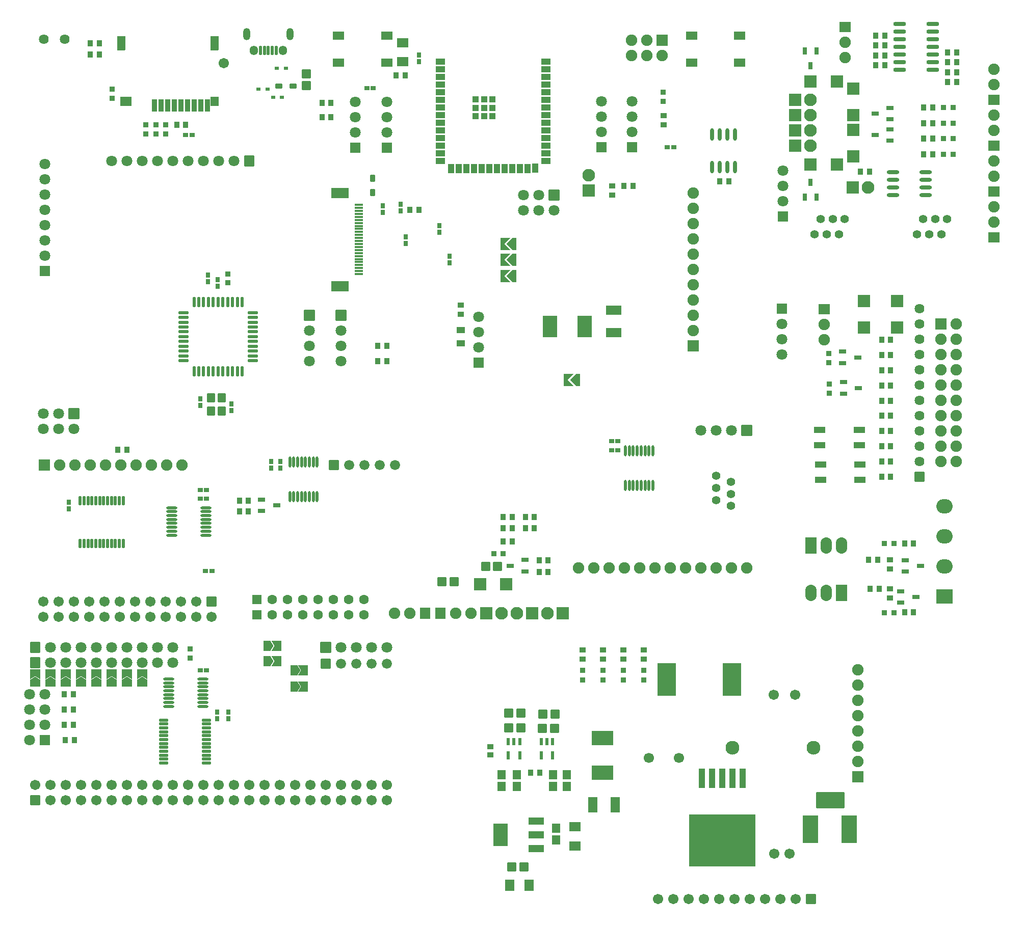
<source format=gts>
G04 Layer: TopSolderMaskLayer*
G04 EasyEDA v6.5.42, 2024-02-23 22:21:14*
G04 3aace9d48a714ce2aeec92cc817ea311,70a670f4ca684169977cf979d80dc4ec,10*
G04 Gerber Generator version 0.2*
G04 Scale: 100 percent, Rotated: No, Reflected: No *
G04 Dimensions in millimeters *
G04 leading zeros omitted , absolute positions ,4 integer and 5 decimal *
%FSLAX45Y45*%
%MOMM*%

%AMMACRO1*1,1,$1,$2,$3*1,1,$1,$4,$5*1,1,$1,0-$2,0-$3*1,1,$1,0-$4,0-$5*20,1,$1,$2,$3,$4,$5,0*20,1,$1,$4,$5,0-$2,0-$3,0*20,1,$1,0-$2,0-$3,0-$4,0-$5,0*20,1,$1,0-$4,0-$5,$2,$3,0*4,1,4,$2,$3,$4,$5,0-$2,0-$3,0-$4,0-$5,$2,$3,0*%
%AMMACRO2*4,1,5,-0.8368,-1.0508,-0.8368,1.0508,0.8368,1.0508,-0.2142,0,0.8368,-1.0508,-0.8368,-1.0508,0*%
%AMMACRO3*4,1,5,0.2394,-1.0508,-0.8114,0,0.2394,1.0508,0.8114,1.0508,0.8114,-1.0508,0.2394,-1.0508,0*%
%AMMACRO4*4,1,5,-0.8367,-1.0508,-0.8367,1.0508,0.8367,1.0508,-0.2144,0,0.8367,-1.0508,-0.8367,-1.0508,0*%
%AMMACRO5*4,1,5,0.2395,-1.0508,-0.8113,0,0.2395,1.0508,0.8113,1.0508,0.8113,-1.0508,0.2395,-1.0508,0*%
%AMMACRO6*4,1,5,-0.8213,-0.8508,-0.2894,-0.0001,-0.8213,0.8508,0.8213,0.8508,0.8213,-0.8508,-0.8213,-0.8508,0*%
%AMMACRO7*4,1,5,-0.8054,-0.8508,-0.8054,0.8508,0.2736,0.8508,0.8054,-0.0001,0.2736,-0.8508,-0.8054,-0.8508,0*%
%AMMACRO8*4,1,5,-0.8213,-0.8508,-0.2894,0.0001,-0.8213,0.8508,0.8213,0.8508,0.8213,-0.8508,-0.8213,-0.8508,0*%
%AMMACRO9*4,1,5,-0.8054,-0.8508,-0.8054,0.8508,0.2736,0.8508,0.8054,0.0001,0.2736,-0.8508,-0.8054,-0.8508,0*%
%AMMACRO10*4,1,5,-0.8509,-0.8213,-0.8509,0.8213,0.8509,0.8213,0.8509,-0.8213,0,-0.2894,-0.8509,-0.8213,0*%
%AMMACRO11*4,1,5,-0.8509,-0.8053,-0.8509,0.2737,0,0.8053,0.8509,0.2737,0.8509,-0.8053,-0.8509,-0.8053,0*%
%ADD10MACRO1,0.1016X-0.85X-0.85X0.85X-0.85*%
%ADD11C,1.8016*%
%ADD12MACRO1,0.1016X-0.7874X-0.85X0.7874X-0.85*%
%ADD13R,1.8016X1.8016*%
%ADD14MACRO1,0.1016X0.8X0.8X-0.8X0.8*%
%ADD15C,1.7016*%
%ADD16C,1.6256*%
%ADD17MACRO1,0.1016X0.762X-0.762X0.762X0.762*%
%ADD18R,2.1016X2.1016*%
%ADD19C,2.1016*%
%ADD20MACRO1,0.1016X-0.4032X-0.432X-0.4032X0.432*%
%ADD21MACRO1,0.1016X0.4032X-0.432X0.4032X0.432*%
%ADD22C,1.4016*%
%ADD23O,0.6700012X2.051812*%
%ADD24MACRO1,0.1016X-1X1X1X1*%
%ADD25C,1.9016*%
%ADD26R,1.9016X1.6764*%
%ADD27MACRO1,0.1016X1X-1X-1X-1*%
%ADD28MACRO1,0.1016X1X1X1X-1*%
%ADD29R,0.9016X0.9016*%
%ADD30MACRO1,0.1016X0.9X0.7874X0.9X-0.7874*%
%ADD31R,0.7016X1.1716*%
%ADD32MACRO1,0.1016X-0.535X0.3X0.535X0.3*%
%ADD33MACRO1,0.1016X0.3X0.535X0.3X-0.535*%
%ADD34MACRO1,0.1016X0.4032X0.432X0.4032X-0.432*%
%ADD35MACRO1,0.1016X-0.4032X0.432X-0.4032X-0.432*%
%ADD36O,2.051812X0.6700012*%
%ADD37O,2.1395944X0.6755891999999999*%
%ADD38MACRO1,0.1016X0.9X-0.9X-0.9X-0.9*%
%ADD39O,0.5496052X1.7855946000000003*%
%ADD40O,1.7855946000000003X0.5496052*%
%ADD41MACRO1,0.1016X0.395X0.27X0.395X-0.27*%
%ADD42MACRO1,0.1016X-0.395X0.27X-0.395X-0.27*%
%ADD43MACRO1,0.1016X0.375X0.5X0.375X-0.5*%
%ADD44MACRO1,0.1016X0.85X-0.475X-0.85X-0.475*%
%ADD45MACRO1,0.1016X0.7874X-0.85X-0.7874X-0.85*%
%ADD46MACRO1,0.1016X-0.9X0.9X0.9X0.9*%
%ADD47MACRO1,0.1016X-0.7874X0.85X0.7874X0.85*%
%ADD48R,0.9656X0.9081*%
%ADD49MACRO1,0.1016X0.635X-1.143X-0.635X-1.143*%
%ADD50MACRO1,0.1016X0.889X-0.75X-0.889X-0.75*%
%ADD51MACRO1,0.1016X0.635X-0.75X-0.635X-0.75*%
%ADD52MACRO1,0.1016X0.35X-1X-0.35X-1*%
%ADD53MACRO1,0.1016X0.3499X-1X-0.3499X-1*%
%ADD54C,1.7032*%
%ADD55MACRO1,0.1016X-1.25X0.55X1.25X0.55*%
%ADD56MACRO1,0.1016X1.17X1.8X1.17X-1.8*%
%ADD57MACRO1,0.1016X-0.432X0.4032X0.432X0.4032*%
%ADD58MACRO1,0.1016X-0.432X-0.4032X0.432X-0.4032*%
%ADD59MACRO1,0.1016X0.85X-0.85X-0.85X-0.85*%
%ADD60MACRO1,0.1016X0.9X0.9X0.9X-0.9*%
%ADD61R,2.7032X2.4032*%
%ADD62O,2.703195X2.4031956000000005*%
%ADD63MACRO1,0.1016X0.535X-0.3X-0.535X-0.3*%
%ADD64R,1.9016X1.9016*%
%ADD65MACRO1,0.1016X-1.188X0.7531X1.188X0.7531*%
%ADD66MACRO1,0.1016X-1.188X-0.7531X1.188X-0.7531*%
%ADD67MACRO1,0.1016X-1.175X1.75X1.175X1.75*%
%ADD68MACRO2*%
%ADD69MACRO3*%
%ADD70MACRO1,0.1016X-0.4X0.4X0.4X0.4*%
%ADD71MACRO1,0.1X-0.75X0.45X0.75X0.45*%
%ADD72R,1.0000X1.6000*%
%ADD73MACRO1,0.1X0.75X-0.45X-0.75X-0.45*%
%ADD74R,1.0016X1.0016*%
%ADD75MACRO1,0.1016X-0.675X0.705X0.675X0.705*%
%ADD76MACRO1,0.1016X-0.675X-0.705X0.675X-0.705*%
%ADD77MACRO1,0.1016X0.5X-0.375X-0.5X-0.375*%
%ADD78MACRO1,0.1016X-0.3X0.2X0.3X0.2*%
%ADD79MACRO1,0.1016X0.3X-0.2X-0.3X-0.2*%
%ADD80R,1.8016X1.6764*%
%ADD81MACRO1,0.1X-0.9X0.6X0.9X0.6*%
%ADD82MACRO1,0.1016X-0.705X-0.675X-0.705X0.675*%
%ADD83MACRO1,0.1016X0.705X-0.675X0.705X0.675*%
%ADD84MACRO1,0.1016X-0.27X0.395X0.27X0.395*%
%ADD85MACRO1,0.1016X-0.27X-0.395X0.27X-0.395*%
%ADD86MACRO1,0.1016X-0.395X-0.27X-0.395X0.27*%
%ADD87MACRO1,0.1016X0.395X-0.27X0.395X0.27*%
%ADD88R,0.6416X0.8917*%
%ADD89MACRO1,0.1016X0.4X0.4X0.4X-0.4*%
%ADD90MACRO1,0.1016X0.7531X1.188X0.7531X-1.188*%
%ADD91MACRO1,0.1016X-0.7531X1.188X-0.7531X-1.188*%
%ADD92R,1.8296X1.5866*%
%ADD93MACRO1,0.1016X0.7425X0.864X0.7425X-0.864*%
%ADD94MACRO1,0.1016X-0.7425X0.864X-0.7425X-0.864*%
%ADD95MACRO4*%
%ADD96MACRO5*%
%ADD97R,1.4516X1.5116*%
%ADD98MACRO1,0.1016X0.705X0.675X0.705X-0.675*%
%ADD99MACRO1,0.1016X-0.705X0.675X-0.705X-0.675*%
%ADD100MACRO1,0.1016X0.8X-0.8X-0.8X-0.8*%
%ADD101R,1.3516X1.1016*%
%ADD102MACRO1,0.1X0.9X-0.6X-0.9X-0.6*%
%ADD103MACRO1,0.1016X0.245X-0.5785X-0.245X-0.5785*%
%ADD104MACRO1,0.1016X0.245X-0.5875X-0.245X-0.5875*%
%ADD105O,0.4446016X1.8330926000000003*%
%ADD106MACRO1,0.1016X0.19X-0.675X-0.19X-0.675*%
%ADD107O,1.2015978000000003X2.0015962000000003*%
%ADD108O,1.3516102X1.5516098000000003*%
%ADD109O,0.0113X1.5516098000000003*%
%ADD110MACRO1,0.1016X0.6X0.7X0.6X-0.7*%
%ADD111MACRO1,0.1016X1.45X-2.7X-1.45X-2.7*%
%ADD112O,1.8330926000000003X0.4446016*%
%ADD113MACRO6*%
%ADD114MACRO7*%
%ADD115MACRO8*%
%ADD116MACRO9*%
%ADD117MACRO1,0.1016X0.45X0.4X0.45X-0.4*%
%ADD118C,1.7000*%
%ADD119C,2.3000*%
%ADD120MACRO1,0.1016X0.8499X-0.8499X-0.8499X-0.8499*%
%ADD121MACRO1,0.1016X0.85X0.85X0.85X-0.85*%
%ADD122MACRO1,0.1016X-0.75X0.75X0.75X0.75*%
%ADD123C,1.6016*%
%ADD124MACRO1,0.1016X-0.7874X0.9X0.7874X0.9*%
%ADD125MACRO1,0.1016X0.7874X-0.9X-0.7874X-0.9*%
%ADD126MACRO1,0.1016X1.75X1.175X1.75X-1.175*%
%ADD127R,0.9656X0.9016*%
%ADD128O,1.9015964X2.7015948*%
%ADD129MACRO1,0.1016X-0.9X1.3X0.9X1.3*%
%ADD130MACRO1,0.1016X0.9X-1.3X-0.9X-1.3*%
%ADD131R,1.4000X0.3500*%
%ADD132R,2.9000X1.7000*%
%ADD133R,1.1216X3.1844*%
%ADD134R,11.1016X8.6016*%
%ADD135R,2.6416X4.6736*%
%ADD136MACRO1,0.1016X2.286X-1.27X-2.286X-1.27*%
%ADD137O,0.5015992X1.6015970000000002*%
%ADD138O,1.6015970000000002X0.5015992*%
%ADD139MACRO1,0.1016X-0.8X0.8X0.8X0.8*%
%ADD140C,1.6764*%
%ADD141MACRO1,0.1016X-0.7874X0.7874X0.7874X0.7874*%
%ADD142MACRO10*%
%ADD143MACRO11*%

%LPD*%
D10*
G01*
X1216512Y-5168887D03*
D11*
G01*
X1470507Y-5168900D03*
G01*
X1724507Y-5168900D03*
G01*
X1978507Y-5168900D03*
G01*
X2232507Y-5168900D03*
G01*
X-1323492Y-5167299D03*
G01*
X-1577492Y-5167299D03*
G01*
X-1831492Y-5167299D03*
G01*
X-2085492Y-5167299D03*
G01*
X-2339492Y-5167299D03*
G01*
X-2593492Y-5167299D03*
G01*
X-2847492Y-5167299D03*
G01*
X-3101492Y-5167299D03*
G01*
X-3355492Y-5167299D03*
D12*
G01*
X-3609502Y-5167304D03*
D13*
G01*
X8798407Y467055D03*
D11*
G01*
X8798407Y213055D03*
G01*
X8798407Y-40944D03*
G01*
X8798407Y-294944D03*
D14*
G01*
X9280997Y-9345604D03*
D15*
G01*
X9027007Y-9345599D03*
G01*
X8773007Y-9345599D03*
G01*
X8519007Y-9345599D03*
G01*
X8265007Y-9345599D03*
G01*
X8011007Y-9345599D03*
G01*
X7757007Y-9345599D03*
G01*
X7503007Y-9345599D03*
G01*
X7249007Y-9345599D03*
G01*
X6995007Y-9345599D03*
G01*
X6741007Y-9345599D03*
D16*
G01*
X11084407Y467055D03*
G01*
X11084407Y213055D03*
G01*
X11084407Y-40944D03*
G01*
X11084407Y-294944D03*
G01*
X11084407Y-548944D03*
G01*
X11084407Y-802944D03*
G01*
X11084407Y-1056944D03*
G01*
X11084407Y-1310944D03*
G01*
X11084407Y-1564944D03*
G01*
X11084407Y-1818944D03*
G01*
X11084407Y-2072944D03*
D17*
G01*
X11084397Y-2326949D03*
D18*
G01*
X5588000Y2425700D03*
D19*
G01*
X5588000Y2679700D03*
D20*
G01*
X10248024Y2743200D03*
D21*
G01*
X10097375Y2743200D03*
D20*
G01*
X7911224Y2578100D03*
D21*
G01*
X7760575Y2578100D03*
D22*
G01*
X7948295Y-2815335D03*
G01*
X7698105Y-2715513D03*
G01*
X7948295Y-2415539D03*
G01*
X7698105Y-2515361D03*
G01*
X7948295Y-2615437D03*
G01*
X7698105Y-2315463D03*
D23*
G01*
X8013700Y3356610D03*
G01*
X7886700Y3356610D03*
G01*
X7759700Y3356610D03*
G01*
X7632700Y3356610D03*
G01*
X8013700Y2815590D03*
G01*
X7886700Y2815590D03*
G01*
X7759700Y2815590D03*
G01*
X7632700Y2815590D03*
D24*
G01*
X9017000Y3175000D03*
D19*
G01*
X9271000Y3175000D03*
D25*
G01*
X12319000Y2159000D03*
G01*
X12319000Y1905000D03*
D26*
G01*
X12319000Y1651000D03*
D25*
G01*
X12319000Y2921000D03*
G01*
X12319000Y2667000D03*
D26*
G01*
X12319000Y2413000D03*
D24*
G01*
X9017000Y3429000D03*
D19*
G01*
X9271000Y3429000D03*
D25*
G01*
X12319000Y3683000D03*
G01*
X12319000Y3429000D03*
D26*
G01*
X12319000Y3175000D03*
D24*
G01*
X9017000Y3683000D03*
D19*
G01*
X9271000Y3683000D03*
D25*
G01*
X12319000Y4445000D03*
G01*
X12319000Y4191000D03*
D26*
G01*
X12319000Y3937000D03*
D24*
G01*
X9017000Y3937000D03*
D19*
G01*
X9271000Y3937000D03*
D27*
G01*
X9706899Y4241800D03*
G01*
X9266900Y4241800D03*
D28*
G01*
X9982200Y4118899D03*
G01*
X9982200Y3678900D03*
D18*
G01*
X9982200Y2993110D03*
G01*
X9982200Y3433089D03*
D27*
G01*
X9706899Y2857500D03*
G01*
X9266900Y2857500D03*
D13*
G01*
X8813800Y1993900D03*
D11*
G01*
X8813800Y2247900D03*
G01*
X8813800Y2501900D03*
G01*
X8813800Y2755900D03*
D24*
G01*
X9969500Y2476500D03*
D19*
G01*
X10223500Y2476500D03*
D29*
G01*
X11477040Y3805428D03*
G01*
X11636933Y3806113D03*
G01*
X11477040Y3547186D03*
G01*
X11636933Y3547872D03*
G01*
X11477040Y3288944D03*
G01*
X11636933Y3289655D03*
G01*
X11477040Y3030728D03*
G01*
X11636933Y3031413D03*
D25*
G01*
X9842500Y4635500D03*
G01*
X9842500Y4889500D03*
D30*
G01*
X9842500Y5143500D03*
D31*
G01*
X9365996Y4746294D03*
G01*
X9176004Y4746294D03*
G01*
X9271000Y4499305D03*
D32*
G01*
X10588299Y3613404D03*
G01*
X10588299Y3803396D03*
G01*
X10341300Y3708400D03*
G01*
X10588299Y3257803D03*
G01*
X10588299Y3447796D03*
G01*
X10341300Y3352800D03*
D33*
G01*
X9176004Y2314900D03*
G01*
X9365996Y2314900D03*
G01*
X9271000Y2561899D03*
D20*
G01*
X10502027Y4841206D03*
D21*
G01*
X10351377Y4841206D03*
D20*
G01*
X10502024Y5003800D03*
D21*
G01*
X10351375Y5003800D03*
D20*
G01*
X10502024Y4508500D03*
D21*
G01*
X10351375Y4508500D03*
D20*
G01*
X10502024Y4673600D03*
D21*
G01*
X10351375Y4673600D03*
D34*
G01*
X11545175Y4559300D03*
D35*
G01*
X11695824Y4559300D03*
D34*
G01*
X11545175Y4724400D03*
D35*
G01*
X11695824Y4724400D03*
D34*
G01*
X11545175Y4394200D03*
D35*
G01*
X11695824Y4394200D03*
D34*
G01*
X11545175Y4229100D03*
D35*
G01*
X11695824Y4229100D03*
D20*
G01*
X11302124Y3805765D03*
D21*
G01*
X11151475Y3805765D03*
D20*
G01*
X11302124Y3547531D03*
D21*
G01*
X11151475Y3547531D03*
D20*
G01*
X11302124Y3289300D03*
D21*
G01*
X11151475Y3289300D03*
D20*
G01*
X11302124Y3031065D03*
D21*
G01*
X11151475Y3031065D03*
D22*
G01*
X9338564Y1703705D03*
G01*
X9438386Y1953895D03*
G01*
X9738360Y1703705D03*
G01*
X9638538Y1953895D03*
G01*
X9538462Y1703705D03*
G01*
X9838436Y1953895D03*
G01*
X11040364Y1703705D03*
G01*
X11140186Y1953895D03*
G01*
X11440160Y1703705D03*
G01*
X11340338Y1953895D03*
G01*
X11240262Y1703705D03*
G01*
X11540236Y1953895D03*
D36*
G01*
X11179810Y2349500D03*
G01*
X11179810Y2476500D03*
G01*
X11179810Y2603500D03*
G01*
X11179810Y2730500D03*
G01*
X10638790Y2349500D03*
G01*
X10638790Y2476500D03*
G01*
X10638790Y2603500D03*
G01*
X10638790Y2730500D03*
D37*
G01*
X10746689Y5196814D03*
G01*
X10746689Y5069814D03*
G01*
X10746689Y4942814D03*
G01*
X10746689Y4815814D03*
G01*
X10746689Y4688814D03*
G01*
X10746689Y4561814D03*
G01*
X10746689Y4434814D03*
G01*
X11300510Y5196814D03*
G01*
X11300510Y5069814D03*
G01*
X11300510Y4942814D03*
G01*
X11300510Y4815814D03*
G01*
X11300510Y4688814D03*
G01*
X11300510Y4561814D03*
G01*
X11300510Y4434814D03*
D28*
G01*
X10160000Y588299D03*
G01*
X10160000Y148300D03*
G01*
X10706100Y588299D03*
G01*
X10706100Y148300D03*
D25*
G01*
X6296533Y4675276D03*
G01*
X6296533Y4929276D03*
G01*
X6550533Y4675276D03*
G01*
X6550533Y4929276D03*
G01*
X6804533Y4675276D03*
D38*
G01*
X6804533Y4929276D03*
D39*
G01*
X-971372Y-574293D03*
G01*
X-891362Y-574293D03*
G01*
X-811377Y-574293D03*
G01*
X-731367Y-574293D03*
G01*
X-651382Y-574293D03*
G01*
X-571372Y-574293D03*
G01*
X-491362Y-574293D03*
G01*
X-411378Y-574293D03*
G01*
X-331368Y-574293D03*
G01*
X-251383Y-574293D03*
G01*
X-171373Y-574293D03*
D40*
G01*
X2819Y-400100D03*
G01*
X2819Y-320090D03*
G01*
X2819Y-240106D03*
G01*
X2819Y-160096D03*
G01*
X2819Y-80111D03*
G01*
X2819Y-101D03*
G01*
X2819Y79908D03*
G01*
X2819Y159893D03*
G01*
X2819Y239903D03*
G01*
X2819Y319887D03*
G01*
X2819Y399897D03*
D39*
G01*
X-171373Y574090D03*
G01*
X-251383Y574090D03*
G01*
X-331368Y574090D03*
G01*
X-411378Y574090D03*
G01*
X-491362Y574090D03*
G01*
X-571372Y574090D03*
G01*
X-651382Y574090D03*
G01*
X-731367Y574090D03*
G01*
X-811377Y574090D03*
G01*
X-891362Y574090D03*
G01*
X-971372Y574090D03*
D40*
G01*
X-1145565Y399897D03*
G01*
X-1145565Y319887D03*
G01*
X-1145565Y239903D03*
G01*
X-1145565Y159893D03*
G01*
X-1145565Y79908D03*
G01*
X-1145565Y-101D03*
G01*
X-1145565Y-80111D03*
G01*
X-1145565Y-160096D03*
G01*
X-1145565Y-240106D03*
G01*
X-1145565Y-320090D03*
G01*
X-1145565Y-400100D03*
D41*
G01*
X6892394Y3149600D03*
D42*
G01*
X7001405Y3149600D03*
D43*
G01*
X1993900Y2397344D03*
G01*
X1993900Y2631850D03*
D44*
G01*
X10080886Y-1806249D03*
G01*
X10080886Y-1552249D03*
G01*
X9420908Y-1552249D03*
G01*
X9420908Y-1806249D03*
G01*
X10093586Y-2377749D03*
G01*
X10093586Y-2123749D03*
G01*
X9433608Y-2123749D03*
G01*
X9433608Y-2377749D03*
D45*
G01*
X-53512Y2922595D03*
D11*
G01*
X-307492Y2922600D03*
G01*
X-561492Y2922600D03*
G01*
X-815492Y2922600D03*
G01*
X-1069492Y2922600D03*
G01*
X-1323492Y2922600D03*
G01*
X-1577492Y2922600D03*
G01*
X-1831492Y2922600D03*
G01*
X-2085492Y2922600D03*
G01*
X-2339492Y2922600D03*
D46*
G01*
X-3457102Y-2132004D03*
D25*
G01*
X-3203092Y-2131999D03*
G01*
X-2949092Y-2131999D03*
G01*
X-2695092Y-2131999D03*
G01*
X-2441092Y-2131999D03*
G01*
X-2187092Y-2131999D03*
G01*
X-1933092Y-2131999D03*
G01*
X-1679092Y-2131999D03*
G01*
X-1425092Y-2131999D03*
G01*
X-1171092Y-2131999D03*
D11*
G01*
X-1323492Y-5421299D03*
G01*
X-1577492Y-5421299D03*
G01*
X-1831492Y-5421299D03*
G01*
X-2085492Y-5421299D03*
G01*
X-2339492Y-5421299D03*
G01*
X-2593492Y-5421299D03*
G01*
X-2847492Y-5421299D03*
G01*
X-3101492Y-5421299D03*
G01*
X-3355492Y-5421299D03*
D47*
G01*
X-3609502Y-5421304D03*
D48*
G01*
X-1031392Y-5193588D03*
G01*
X-1031392Y-5344236D03*
D20*
G01*
X-2086377Y-1878004D03*
D21*
G01*
X-2237027Y-1878004D03*
D48*
G01*
X-1437792Y3518611D03*
G01*
X-1437792Y3367963D03*
D49*
G01*
X-625002Y4872210D03*
G01*
X-2174402Y4872210D03*
D50*
G01*
X-2098202Y3907010D03*
D51*
G01*
X-625002Y3907010D03*
D52*
G01*
X-748967Y3843180D03*
G01*
X-858956Y3843180D03*
G01*
X-968959Y3843180D03*
G01*
X-1078910Y3843180D03*
G01*
X-1188940Y3843180D03*
D53*
G01*
X-1298910Y3843180D03*
D52*
G01*
X-1408953Y3843180D03*
G01*
X-1518904Y3843357D03*
G01*
X-1628861Y3843180D03*
D54*
G01*
X-472592Y4548200D03*
D55*
G01*
X4716593Y-8510396D03*
G01*
X4716593Y-8280399D03*
G01*
X4716593Y-8050402D03*
D56*
G01*
X4122597Y-8280399D03*
D57*
G01*
X10589097Y-3862774D03*
D58*
G01*
X10589097Y-3712124D03*
D57*
G01*
X10589097Y-4345374D03*
D58*
G01*
X10589097Y-4194724D03*
D59*
G01*
X8214197Y-1560504D03*
D11*
G01*
X7960207Y-1560499D03*
G01*
X7706207Y-1560499D03*
G01*
X7452207Y-1560499D03*
D25*
G01*
X5420207Y-3846499D03*
G01*
X5674207Y-3846499D03*
G01*
X5928207Y-3846499D03*
G01*
X6182207Y-3846499D03*
G01*
X6436207Y-3846499D03*
G01*
X6690207Y-3846499D03*
G01*
X6944207Y-3846499D03*
G01*
X7198207Y-3846499D03*
G01*
X7452207Y-3846499D03*
G01*
X7706207Y-3846499D03*
G01*
X7960207Y-3846499D03*
G01*
X8214207Y-3846499D03*
G01*
X11694007Y-2072944D03*
G01*
X11440007Y-2072944D03*
G01*
X11694007Y-1818944D03*
G01*
X11440007Y-1818944D03*
G01*
X11694007Y-1564944D03*
G01*
X11440007Y-1564944D03*
G01*
X11694007Y-1310944D03*
G01*
X11440007Y-1310944D03*
G01*
X11694007Y-1056944D03*
G01*
X11440007Y-1056944D03*
G01*
X11694007Y-802944D03*
G01*
X11440007Y-802944D03*
G01*
X11694007Y-548944D03*
G01*
X11440007Y-548944D03*
G01*
X11694007Y-294944D03*
G01*
X11440007Y-294944D03*
G01*
X11694007Y-40944D03*
G01*
X11440007Y-40944D03*
G01*
X11694007Y213055D03*
D60*
G01*
X11439997Y213050D03*
D61*
G01*
X11493500Y-4322698D03*
D62*
G01*
X11493500Y-3822700D03*
G01*
X11493500Y-3322701D03*
G01*
X11493500Y-2822701D03*
D25*
G01*
X9496907Y-53644D03*
G01*
X9496907Y200355D03*
D30*
G01*
X9496897Y454350D03*
D34*
G01*
X10450272Y-1569184D03*
D35*
G01*
X10600922Y-1569184D03*
D34*
G01*
X10450272Y-1316593D03*
D35*
G01*
X10600922Y-1316593D03*
D34*
G01*
X10450272Y-1064005D03*
D35*
G01*
X10600922Y-1064005D03*
D34*
G01*
X10450272Y-811415D03*
D35*
G01*
X10600922Y-811415D03*
D34*
G01*
X10450272Y-558827D03*
D35*
G01*
X10600922Y-558827D03*
D34*
G01*
X10450272Y-306237D03*
D35*
G01*
X10600922Y-306237D03*
D63*
G01*
X9817897Y-758753D03*
G01*
X9817897Y-948745D03*
G01*
X10064897Y-853749D03*
D48*
G01*
X9585807Y-791133D03*
G01*
X9585807Y-941781D03*
D34*
G01*
X10450272Y-53649D03*
D35*
G01*
X10600922Y-53649D03*
D48*
G01*
X9573107Y-283133D03*
G01*
X9573107Y-433781D03*
D34*
G01*
X10450272Y-1821771D03*
D35*
G01*
X10600922Y-1821771D03*
D63*
G01*
X9805197Y-250753D03*
G01*
X9805197Y-440745D03*
G01*
X10052197Y-345749D03*
D64*
G01*
X10055707Y-7313599D03*
D25*
G01*
X10055707Y-7059599D03*
G01*
X10055707Y-6805599D03*
G01*
X10055707Y-6551599D03*
G01*
X10055707Y-6297599D03*
G01*
X10055707Y-6043599D03*
G01*
X10055707Y-5789599D03*
G01*
X10055707Y-5535599D03*
D64*
G01*
X7325207Y-150799D03*
D25*
G01*
X7325207Y103200D03*
G01*
X7325207Y357200D03*
G01*
X7325207Y611200D03*
G01*
X7325207Y865200D03*
G01*
X7325207Y1119200D03*
G01*
X7325207Y1373200D03*
G01*
X7325207Y1627200D03*
G01*
X7325207Y1881200D03*
G01*
X7325207Y2135200D03*
G01*
X7325207Y2389200D03*
D65*
G01*
X6004397Y69532D03*
D66*
G01*
X6004397Y441657D03*
D67*
G01*
X4944704Y166693D03*
G01*
X5514705Y166693D03*
D68*
G01*
X5257533Y-720623D03*
D69*
G01*
X5352884Y-720623D03*
D70*
G01*
X5486052Y-5546143D03*
G01*
X5486753Y-5706043D03*
D57*
G01*
X5486400Y-5358524D03*
D58*
G01*
X5486400Y-5207875D03*
D71*
G01*
X3122806Y4574090D03*
G01*
X3122808Y4447090D03*
G01*
X3122808Y4320090D03*
G01*
X3122808Y4193090D03*
G01*
X3122808Y4066090D03*
G01*
X3122808Y3939090D03*
G01*
X3122808Y3812090D03*
G01*
X3122808Y3685090D03*
G01*
X3122808Y3558090D03*
G01*
X3122808Y3431090D03*
G01*
X3122808Y3304090D03*
G01*
X3122808Y3177090D03*
G01*
X3122808Y3050090D03*
G01*
X3122808Y2923090D03*
D72*
G01*
X3299307Y2795092D03*
G01*
X3426307Y2795092D03*
G01*
X3553307Y2795092D03*
G01*
X3680307Y2795092D03*
G01*
X3807307Y2795092D03*
G01*
X3934307Y2795092D03*
G01*
X4061307Y2795092D03*
G01*
X4188307Y2795092D03*
G01*
X4315307Y2795092D03*
G01*
X4442307Y2795092D03*
G01*
X4569307Y2795092D03*
G01*
X4696307Y2798089D03*
D73*
G01*
X4872807Y2923090D03*
G01*
X4872807Y3050090D03*
G01*
X4872807Y3177090D03*
G01*
X4872807Y3304090D03*
G01*
X4872807Y3431090D03*
G01*
X4872807Y3558090D03*
G01*
X4872807Y3685090D03*
G01*
X4872807Y3812090D03*
G01*
X4872807Y3939090D03*
G01*
X4872807Y4066090D03*
G01*
X4872807Y4193090D03*
G01*
X4872807Y4320090D03*
G01*
X4872807Y4447090D03*
G01*
X4872807Y4574090D03*
D74*
G01*
X3987800Y3662070D03*
G01*
X3847795Y3662070D03*
G01*
X3707790Y3662070D03*
G01*
X3707790Y3942080D03*
G01*
X3847795Y3942080D03*
G01*
X3987800Y3942080D03*
G01*
X3987800Y3802075D03*
G01*
X3707790Y3802075D03*
G01*
X3847795Y3802075D03*
D15*
G01*
X8671407Y-8596299D03*
G01*
X8925407Y-8596299D03*
D75*
G01*
X898997Y4168792D03*
D76*
G01*
X898997Y4368797D03*
D77*
G01*
X438842Y4167195D03*
G01*
X673347Y4167195D03*
D78*
G01*
X404903Y4459295D03*
D79*
G01*
X554890Y4459295D03*
D78*
G01*
X341403Y3976695D03*
D79*
G01*
X491390Y3976695D03*
G01*
X250090Y4116395D03*
D78*
G01*
X100103Y4116395D03*
D11*
G01*
X-3444366Y2871876D03*
G01*
X-3444366Y2617876D03*
G01*
X-3444366Y2363876D03*
G01*
X-3444366Y2109876D03*
G01*
X-3444366Y1855876D03*
G01*
X-3444366Y1601876D03*
G01*
X-3444366Y1347876D03*
D80*
G01*
X-3444366Y1093876D03*
D81*
G01*
X7293510Y5000162D03*
G01*
X7293510Y4550176D03*
G01*
X8093509Y4550176D03*
G01*
X8093509Y5000162D03*
D57*
G01*
X3464397Y370770D03*
D58*
G01*
X3464397Y521420D03*
D82*
G01*
X3348499Y-4075104D03*
D83*
G01*
X3148495Y-4075104D03*
D41*
G01*
X5962596Y-1890694D03*
D42*
G01*
X6071608Y-1890694D03*
D84*
G01*
X467212Y-2186500D03*
D85*
G01*
X467212Y-2077488D03*
D41*
G01*
X-869990Y-2690792D03*
D42*
G01*
X-760978Y-2690792D03*
D86*
G01*
X6071608Y-1738294D03*
D87*
G01*
X5962596Y-1738294D03*
D88*
G01*
X314807Y-2077491D03*
G01*
X314807Y-2186508D03*
D86*
G01*
X-760978Y-2551092D03*
D87*
G01*
X-869990Y-2551092D03*
D89*
G01*
X4166661Y-3604841D03*
G01*
X4006761Y-3605542D03*
D20*
G01*
X4911330Y-3909989D03*
D21*
G01*
X4760680Y-3909989D03*
D34*
G01*
X-217709Y-2728892D03*
D35*
G01*
X-67059Y-2728892D03*
D84*
G01*
X-3050679Y-2859598D03*
D85*
G01*
X-3050679Y-2750586D03*
D86*
G01*
X-672096Y-3897304D03*
D87*
G01*
X-781108Y-3897304D03*
D90*
G01*
X5655937Y-7785099D03*
D91*
G01*
X6028062Y-7785099D03*
D92*
G01*
X5359400Y-8146542D03*
G01*
X5359400Y-8465058D03*
D93*
G01*
X4273049Y-9118599D03*
D94*
G01*
X4591550Y-9118599D03*
D92*
G01*
X2499207Y4885232D03*
G01*
X2499207Y4566742D03*
D95*
G01*
X4203395Y1273200D03*
D96*
G01*
X4298746Y1273200D03*
D95*
G01*
X4203395Y1539900D03*
D96*
G01*
X4298746Y1539900D03*
D95*
G01*
X4203395Y1006500D03*
D96*
G01*
X4298746Y1006500D03*
D82*
G01*
X5027602Y-6273799D03*
D83*
G01*
X4827597Y-6273799D03*
D97*
G01*
X4140200Y-7278700D03*
G01*
X4140200Y-7478699D03*
D98*
G01*
X4256097Y-6502399D03*
D99*
G01*
X4456102Y-6502399D03*
D97*
G01*
X5219700Y-7278700D03*
G01*
X5219700Y-7478699D03*
D89*
G01*
X10656354Y-4587201D03*
G01*
X10496453Y-4587902D03*
G01*
X10656354Y-3439756D03*
G01*
X10496453Y-3440457D03*
D100*
G01*
X-675779Y-4406887D03*
D15*
G01*
X-675766Y-4660900D03*
G01*
X-929766Y-4406900D03*
G01*
X-929766Y-4660900D03*
G01*
X-1183766Y-4406900D03*
G01*
X-1183766Y-4660900D03*
G01*
X-1437766Y-4406900D03*
G01*
X-1437766Y-4660900D03*
G01*
X-1691766Y-4406900D03*
G01*
X-1691766Y-4660900D03*
G01*
X-1945766Y-4406900D03*
G01*
X-1945766Y-4660900D03*
G01*
X-2199766Y-4406900D03*
G01*
X-2199766Y-4660900D03*
G01*
X-2453766Y-4406900D03*
G01*
X-2453766Y-4660900D03*
G01*
X-2707766Y-4406900D03*
G01*
X-2707766Y-4660900D03*
G01*
X-2961766Y-4406900D03*
G01*
X-2961766Y-4660900D03*
G01*
X-3215766Y-4406900D03*
G01*
X-3215766Y-4660900D03*
G01*
X-3469766Y-4406900D03*
G01*
X-3469766Y-4660900D03*
D101*
G01*
X3464407Y-108407D03*
G01*
X3464407Y111607D03*
D102*
G01*
X2228786Y4550206D03*
G01*
X2228786Y5000193D03*
G01*
X1428788Y5000193D03*
G01*
X1428788Y4550206D03*
D103*
G01*
X4984496Y-6729933D03*
G01*
X4889500Y-6729933D03*
G01*
X4794504Y-6729933D03*
D104*
G01*
X4794504Y-6960666D03*
G01*
X4984496Y-6960666D03*
D103*
G01*
X4438396Y-6729933D03*
G01*
X4343400Y-6729933D03*
G01*
X4248404Y-6729933D03*
D104*
G01*
X4248404Y-6960666D03*
G01*
X4438396Y-6960666D03*
D105*
G01*
X6195999Y-2469387D03*
G01*
X6260998Y-2469387D03*
G01*
X6325997Y-2469387D03*
G01*
X6391021Y-2469387D03*
G01*
X6456019Y-2469387D03*
G01*
X6521018Y-2469387D03*
G01*
X6586016Y-2469387D03*
G01*
X6651015Y-2469387D03*
G01*
X6195999Y-1896236D03*
G01*
X6260998Y-1896236D03*
G01*
X6325997Y-1896236D03*
G01*
X6391021Y-1896236D03*
G01*
X6456019Y-1896236D03*
G01*
X6521018Y-1896236D03*
G01*
X6586016Y-1896236D03*
G01*
X6651015Y-1896236D03*
D106*
G01*
X134015Y4760079D03*
G01*
X199014Y4760079D03*
G01*
X264012Y4760079D03*
G01*
X329011Y4760079D03*
G01*
X394009Y4760079D03*
D107*
G01*
X-93497Y5027599D03*
G01*
X621512Y5027599D03*
D108*
G01*
X506501Y4754600D03*
G01*
X21513Y4754600D03*
D110*
G01*
X-687075Y-1020295D03*
G01*
X-687075Y-1240294D03*
G01*
X-512069Y-1240294D03*
G01*
X-512074Y-1020295D03*
D111*
G01*
X7966609Y-5700732D03*
G01*
X6876611Y-5700732D03*
D70*
G01*
X6502052Y-5546143D03*
G01*
X6502753Y-5706043D03*
G01*
X6163386Y-5546143D03*
G01*
X6164087Y-5706043D03*
G01*
X5824717Y-5546143D03*
G01*
X5825418Y-5706043D03*
D105*
G01*
X620699Y-2659862D03*
G01*
X685698Y-2659862D03*
G01*
X750697Y-2659862D03*
G01*
X815721Y-2659862D03*
G01*
X880719Y-2659862D03*
G01*
X945718Y-2659862D03*
G01*
X1010716Y-2659862D03*
G01*
X1075715Y-2659862D03*
G01*
X620699Y-2086711D03*
G01*
X685698Y-2086711D03*
G01*
X750697Y-2086711D03*
G01*
X815721Y-2086711D03*
G01*
X880719Y-2086711D03*
G01*
X945718Y-2086711D03*
G01*
X1010716Y-2086711D03*
G01*
X1075715Y-2086711D03*
D112*
G01*
X-1343355Y-2844292D03*
G01*
X-1343355Y-2909290D03*
G01*
X-1343355Y-2974289D03*
G01*
X-1343355Y-3039313D03*
G01*
X-1343355Y-3104311D03*
G01*
X-1343355Y-3169310D03*
G01*
X-1343355Y-3234309D03*
G01*
X-1343355Y-3299307D03*
G01*
X-770204Y-2844292D03*
G01*
X-770204Y-2909290D03*
G01*
X-770204Y-2974289D03*
G01*
X-770204Y-3039313D03*
G01*
X-770204Y-3104311D03*
G01*
X-770204Y-3169310D03*
G01*
X-770204Y-3234309D03*
G01*
X-770204Y-3299307D03*
D113*
G01*
X393865Y-5397487D03*
D114*
G01*
X271373Y-5397487D03*
D115*
G01*
X838365Y-5816587D03*
D116*
G01*
X715873Y-5816587D03*
D113*
G01*
X838365Y-5549887D03*
D114*
G01*
X715873Y-5549887D03*
D113*
G01*
X393865Y-5143487D03*
D114*
G01*
X271373Y-5143487D03*
D20*
G01*
X10385022Y-3711249D03*
D21*
G01*
X10234372Y-3711249D03*
D34*
G01*
X10831272Y-4583104D03*
D35*
G01*
X10981922Y-4583104D03*
D20*
G01*
X10410422Y-4193849D03*
D21*
G01*
X10259772Y-4193849D03*
D34*
G01*
X-3123324Y-5943600D03*
D35*
G01*
X-2972675Y-5943600D03*
D34*
G01*
X-3110624Y-6705600D03*
D35*
G01*
X-2959975Y-6705600D03*
D34*
G01*
X-3123324Y-6451600D03*
D35*
G01*
X-2972675Y-6451600D03*
D34*
G01*
X10450272Y-2074362D03*
D35*
G01*
X10600922Y-2074362D03*
D34*
G01*
X10450272Y-2326949D03*
D35*
G01*
X10600922Y-2326949D03*
D98*
G01*
X4814897Y-6515099D03*
D99*
G01*
X5014902Y-6515099D03*
D97*
G01*
X4991100Y-7278700D03*
G01*
X4991100Y-7478699D03*
D98*
G01*
X4256097Y-6261099D03*
D99*
G01*
X4456102Y-6261099D03*
D97*
G01*
X4394200Y-7278700D03*
G01*
X4394200Y-7478699D03*
D117*
G01*
X3949700Y-6953399D03*
G01*
X3949700Y-6813400D03*
D15*
G01*
X8661501Y-5954699D03*
G01*
X9011513Y-5954699D03*
D118*
G01*
X7087336Y-7000875D03*
G01*
X6587337Y-7000875D03*
D97*
G01*
X5041900Y-8167700D03*
G01*
X5041900Y-8367699D03*
D98*
G01*
X4306897Y-8813799D03*
D99*
G01*
X4506902Y-8813799D03*
D88*
G01*
X-866495Y-1032789D03*
G01*
X-866495Y-1141806D03*
D84*
G01*
X-345790Y-1230711D03*
D85*
G01*
X-345790Y-1121699D03*
D98*
G01*
X3872405Y-3821089D03*
D99*
G01*
X4072409Y-3821089D03*
D119*
G01*
X9321012Y-6830999D03*
G01*
X7971002Y-6830999D03*
D27*
G01*
X4217807Y-4113189D03*
G01*
X3777808Y-4113189D03*
D13*
G01*
X2232507Y3138500D03*
D11*
G01*
X2232507Y3392500D03*
G01*
X2232507Y3646500D03*
G01*
X2232507Y3900500D03*
D13*
G01*
X1711807Y3138500D03*
D11*
G01*
X1711807Y3392500D03*
G01*
X1711807Y3646500D03*
G01*
X1711807Y3900500D03*
D13*
G01*
X5801207Y3151200D03*
D11*
G01*
X5801207Y3405200D03*
G01*
X5801207Y3659200D03*
G01*
X5801207Y3913200D03*
D13*
G01*
X6309207Y3151200D03*
D11*
G01*
X6309207Y3405200D03*
G01*
X6309207Y3659200D03*
G01*
X6309207Y3913200D03*
D120*
G01*
X-2961779Y-1281094D03*
D11*
G01*
X-2961792Y-1535099D03*
G01*
X-3215792Y-1281099D03*
G01*
X-3215792Y-1535099D03*
G01*
X-3469792Y-1281099D03*
G01*
X-3469792Y-1535099D03*
D120*
G01*
X5013805Y2351097D03*
D11*
G01*
X5013807Y2097100D03*
G01*
X4759807Y2351100D03*
G01*
X4759807Y2097100D03*
G01*
X4505807Y2351100D03*
G01*
X4505807Y2097100D03*
D121*
G01*
X949812Y357202D03*
D11*
G01*
X949807Y103200D03*
G01*
X949807Y-150799D03*
G01*
X949807Y-404799D03*
D121*
G01*
X1470512Y357202D03*
D11*
G01*
X1470507Y103200D03*
G01*
X1470507Y-150799D03*
G01*
X1470507Y-404799D03*
D122*
G01*
X73498Y-4621204D03*
D123*
G01*
X327482Y-4621225D03*
G01*
X581482Y-4621225D03*
G01*
X835482Y-4621225D03*
G01*
X1089482Y-4621225D03*
G01*
X1343482Y-4621225D03*
G01*
X1597482Y-4621225D03*
G01*
X1851482Y-4621225D03*
D122*
G01*
X73498Y-4367204D03*
D123*
G01*
X327482Y-4367225D03*
G01*
X581482Y-4367225D03*
G01*
X835482Y-4367225D03*
G01*
X1089482Y-4367225D03*
G01*
X1343482Y-4367225D03*
G01*
X1597482Y-4367225D03*
G01*
X1851482Y-4367225D03*
D24*
G01*
X3883507Y-4595789D03*
D19*
G01*
X4137507Y-4595799D03*
D25*
G01*
X3629507Y-4595799D03*
G01*
X3375507Y-4595799D03*
D124*
G01*
X3121507Y-4595789D03*
D25*
G01*
X2359507Y-4595799D03*
G01*
X2613507Y-4595799D03*
D125*
G01*
X2867510Y-4595789D03*
D13*
G01*
X3756507Y-430199D03*
D11*
G01*
X3756507Y-176199D03*
G01*
X3756507Y77800D03*
G01*
X3756507Y331800D03*
D27*
G01*
X4645505Y-4595789D03*
D19*
G01*
X4391507Y-4595799D03*
D27*
G01*
X5153505Y-4595789D03*
D19*
G01*
X4899507Y-4595799D03*
D13*
G01*
X-3444366Y-6705574D03*
D11*
G01*
X-3698366Y-6705574D03*
G01*
X-3444366Y-6451574D03*
G01*
X-3698366Y-6451574D03*
G01*
X-3444366Y-6197574D03*
G01*
X-3698366Y-6197574D03*
G01*
X-3444366Y-5943574D03*
G01*
X-3698366Y-5943574D03*
D126*
G01*
X5816598Y-6674606D03*
G01*
X5816598Y-7244608D03*
D127*
G01*
X-409066Y1036802D03*
G01*
X-409066Y896797D03*
D128*
G01*
X9535007Y-3469462D03*
G01*
X9789033Y-3470452D03*
D129*
G01*
X9281010Y-3469454D03*
D128*
G01*
X9535007Y-4257852D03*
G01*
X9280982Y-4256862D03*
D130*
G01*
X9789010Y-4257845D03*
D63*
G01*
X10846597Y-3717853D03*
G01*
X10846597Y-3907845D03*
G01*
X11093597Y-3812849D03*
G01*
X10770397Y-4234108D03*
G01*
X10770397Y-4424100D03*
G01*
X11017397Y-4329104D03*
D32*
G01*
X4527704Y-3903385D03*
G01*
X4527704Y-3713393D03*
G01*
X4280705Y-3808389D03*
D63*
G01*
X153212Y-2710096D03*
G01*
X153212Y-2900088D03*
G01*
X400212Y-2805092D03*
D34*
G01*
X2385785Y4344992D03*
D35*
G01*
X2536435Y4344992D03*
D48*
G01*
X-1602892Y3518611D03*
G01*
X-1602892Y3367963D03*
D57*
G01*
X6832600Y3518775D03*
D58*
G01*
X6832600Y3669424D03*
D34*
G01*
X1153887Y3646495D03*
D35*
G01*
X1304537Y3646495D03*
D48*
G01*
X6819900Y4063136D03*
G01*
X6819900Y3912463D03*
D34*
G01*
X1153887Y3887795D03*
D35*
G01*
X1304537Y3887795D03*
D34*
G01*
X4623675Y-7251700D03*
D35*
G01*
X4774324Y-7251700D03*
D20*
G01*
X-1108477Y3519495D03*
D21*
G01*
X-1259127Y3519495D03*
D48*
G01*
X-1767992Y3518611D03*
G01*
X-1767992Y3367963D03*
G01*
X-2326792Y4115511D03*
G01*
X-2326792Y3964863D03*
D57*
G01*
X6502400Y-5358524D03*
D58*
G01*
X6502400Y-5207875D03*
D57*
G01*
X6163734Y-5358524D03*
D58*
G01*
X6163734Y-5207875D03*
D57*
G01*
X5825065Y-5358524D03*
D58*
G01*
X5825065Y-5207875D03*
D20*
G01*
X2231635Y-150797D03*
D21*
G01*
X2080985Y-150797D03*
D20*
G01*
X2231635Y-404797D03*
D21*
G01*
X2080985Y-404797D03*
D34*
G01*
X4163780Y-3401992D03*
D35*
G01*
X4314430Y-3401992D03*
D20*
G01*
X4911330Y-3719489D03*
D21*
G01*
X4760680Y-3719489D03*
D34*
G01*
X-217709Y-2906692D03*
D35*
G01*
X-67059Y-2906692D03*
D20*
G01*
X4682730Y-2995592D03*
D21*
G01*
X4532080Y-2995592D03*
D20*
G01*
X4314430Y-2995592D03*
D21*
G01*
X4163780Y-2995592D03*
D16*
G01*
X-3121964Y4941874D03*
G01*
X-3461969Y4941874D03*
D34*
G01*
X-2694204Y4687892D03*
D35*
G01*
X-2543554Y4687892D03*
D20*
G01*
X-2543554Y4878392D03*
D21*
G01*
X-2694204Y4878392D03*
D34*
G01*
X4532080Y-3186092D03*
D35*
G01*
X4682730Y-3186092D03*
D34*
G01*
X4163780Y-3186092D03*
D35*
G01*
X4314430Y-3186092D03*
D131*
G01*
X1764715Y1139494D03*
G01*
X1764715Y1189507D03*
G01*
X1764715Y1239494D03*
G01*
X1764715Y1289507D03*
G01*
X1764715Y1339494D03*
G01*
X1764715Y1389506D03*
G01*
X1764715Y1439494D03*
G01*
X1764715Y1489506D03*
G01*
X1764715Y1539494D03*
G01*
X1764715Y1589506D03*
G01*
X1764715Y1639493D03*
G01*
X1764715Y1689506D03*
G01*
X1764715Y1739493D03*
G01*
X1764715Y1789506D03*
G01*
X1764715Y1839493D03*
G01*
X1764715Y1889506D03*
G01*
X1764715Y1939493D03*
G01*
X1764715Y1989505D03*
G01*
X1764715Y2039493D03*
G01*
X1764715Y2089505D03*
G01*
X1764715Y2139492D03*
G01*
X1764715Y2189505D03*
D132*
G01*
X1455699Y2389505D03*
D131*
G01*
X1764715Y1039495D03*
G01*
X1764715Y1089507D03*
D132*
G01*
X1455699Y839495D03*
D133*
G01*
X8142503Y-7343673D03*
G01*
X7972501Y-7343673D03*
G01*
X7802499Y-7343673D03*
G01*
X7632522Y-7343673D03*
G01*
X7462520Y-7343673D03*
D134*
G01*
X7802499Y-8375650D03*
D135*
G01*
X9913620Y-8186419D03*
G01*
X9271000Y-8186419D03*
D136*
G01*
X9596120Y-7705089D03*
D137*
G01*
X-2862071Y-3440709D03*
G01*
X-2797073Y-3440709D03*
G01*
X-2732074Y-3440709D03*
G01*
X-2667076Y-3440709D03*
G01*
X-2602077Y-3440709D03*
G01*
X-2537053Y-3440709D03*
G01*
X-2472054Y-3440709D03*
G01*
X-2407056Y-3440709D03*
G01*
X-2342057Y-3440709D03*
G01*
X-2277059Y-3440709D03*
G01*
X-2212060Y-3440709D03*
G01*
X-2147061Y-3440709D03*
G01*
X-2862071Y-2728290D03*
G01*
X-2797073Y-2728290D03*
G01*
X-2732074Y-2728290D03*
G01*
X-2667076Y-2728290D03*
G01*
X-2602077Y-2728290D03*
G01*
X-2537053Y-2728290D03*
G01*
X-2472054Y-2728290D03*
G01*
X-2407056Y-2728290D03*
G01*
X-2342057Y-2728290D03*
G01*
X-2277059Y-2728290D03*
G01*
X-2212060Y-2728290D03*
G01*
X-2147061Y-2728290D03*
D112*
G01*
X-1394129Y-5690565D03*
G01*
X-1394129Y-5755563D03*
G01*
X-1394129Y-5820562D03*
G01*
X-1394129Y-5885586D03*
G01*
X-1394129Y-5950584D03*
G01*
X-1394129Y-6015583D03*
G01*
X-1394129Y-6080582D03*
G01*
X-1394129Y-6145580D03*
G01*
X-820978Y-5690565D03*
G01*
X-820978Y-5755563D03*
G01*
X-820978Y-5820562D03*
G01*
X-820978Y-5885586D03*
G01*
X-820978Y-5950584D03*
G01*
X-820978Y-6015583D03*
G01*
X-820978Y-6080582D03*
G01*
X-820978Y-6145580D03*
D138*
G01*
X-1476476Y-6373596D03*
G01*
X-1476476Y-6438595D03*
G01*
X-1476476Y-6503593D03*
G01*
X-1476476Y-6568592D03*
G01*
X-1476476Y-6633590D03*
G01*
X-1476476Y-6698614D03*
G01*
X-1476476Y-6763613D03*
G01*
X-1476476Y-6828612D03*
G01*
X-1476476Y-6893610D03*
G01*
X-1476476Y-6958609D03*
G01*
X-1476476Y-7023608D03*
G01*
X-1476476Y-7088606D03*
G01*
X-764057Y-6373596D03*
G01*
X-764057Y-6438595D03*
G01*
X-764057Y-6503593D03*
G01*
X-764057Y-6568592D03*
G01*
X-764057Y-6633590D03*
G01*
X-764057Y-6698614D03*
G01*
X-764057Y-6763613D03*
G01*
X-764057Y-6828612D03*
G01*
X-764057Y-6893610D03*
G01*
X-764057Y-6958609D03*
G01*
X-764057Y-7023608D03*
G01*
X-764057Y-7088606D03*
D34*
G01*
X10831272Y-3440104D03*
D35*
G01*
X10981922Y-3440104D03*
D34*
G01*
X-3123324Y-6197600D03*
D35*
G01*
X-2972675Y-6197600D03*
D15*
G01*
X-2593492Y-7454874D03*
G01*
X-2593492Y-7708874D03*
G01*
X-2847492Y-7454874D03*
G01*
X-2847492Y-7708874D03*
G01*
X-3101492Y-7454874D03*
G01*
X-3101492Y-7708874D03*
G01*
X-3355492Y-7454874D03*
G01*
X-3355492Y-7708874D03*
G01*
X-3609492Y-7454874D03*
D139*
G01*
X-3609482Y-7708882D03*
D15*
G01*
X-2339492Y-7708874D03*
G01*
X-2339492Y-7454874D03*
G01*
X-2085492Y-7708874D03*
G01*
X-2085492Y-7454874D03*
G01*
X-1831492Y-7708874D03*
G01*
X-1831492Y-7454874D03*
G01*
X-1577492Y-7708874D03*
G01*
X-1577492Y-7454874D03*
G01*
X-1323492Y-7708874D03*
G01*
X-1323492Y-7454874D03*
G01*
X-1069492Y-7708874D03*
G01*
X-1069492Y-7454874D03*
G01*
X-815492Y-7708874D03*
G01*
X-815492Y-7454874D03*
G01*
X-561492Y-7708874D03*
G01*
X-561492Y-7454874D03*
G01*
X-307492Y-7708874D03*
G01*
X-307492Y-7454874D03*
G01*
X-53492Y-7708874D03*
G01*
X-53492Y-7454874D03*
G01*
X200507Y-7708874D03*
G01*
X200507Y-7454874D03*
G01*
X454507Y-7708874D03*
G01*
X454507Y-7454874D03*
G01*
X708507Y-7708874D03*
G01*
X708507Y-7454874D03*
G01*
X962507Y-7708874D03*
G01*
X962507Y-7454874D03*
G01*
X1216507Y-7708874D03*
G01*
X1216507Y-7454874D03*
G01*
X1470507Y-7708874D03*
G01*
X1470507Y-7454874D03*
G01*
X1724507Y-7708874D03*
G01*
X1724507Y-7454874D03*
G01*
X1978507Y-7708874D03*
G01*
X1978507Y-7454874D03*
G01*
X2232507Y-7708874D03*
G01*
X2232507Y-7454874D03*
D140*
G01*
X2372207Y-2133600D03*
G01*
X2118207Y-2133600D03*
G01*
X1864207Y-2133600D03*
G01*
X1610207Y-2133600D03*
D141*
G01*
X1356210Y-2133592D03*
D142*
G01*
X-3609466Y-5610644D03*
D143*
G01*
X-3609466Y-5733148D03*
D142*
G01*
X-3355466Y-5610644D03*
D143*
G01*
X-3355466Y-5733148D03*
D142*
G01*
X-3101466Y-5610644D03*
D143*
G01*
X-3101466Y-5733148D03*
D142*
G01*
X-2847466Y-5610644D03*
D143*
G01*
X-2847466Y-5733148D03*
D142*
G01*
X-2593466Y-5610644D03*
D143*
G01*
X-2593466Y-5733148D03*
D142*
G01*
X-2339466Y-5610644D03*
D143*
G01*
X-2339466Y-5733148D03*
D142*
G01*
X-2085466Y-5610644D03*
D143*
G01*
X-2085466Y-5733148D03*
D142*
G01*
X-1831466Y-5610644D03*
D143*
G01*
X-1831466Y-5733148D03*
D140*
G01*
X2232533Y-5435701D03*
G01*
X1978533Y-5435701D03*
G01*
X1724533Y-5435701D03*
G01*
X1470533Y-5435701D03*
D141*
G01*
X1216533Y-5435701D03*
D57*
G01*
X5979002Y2351972D03*
D58*
G01*
X5979002Y2502622D03*
D34*
G01*
X6170377Y2503497D03*
D35*
G01*
X6321027Y2503497D03*
D34*
G01*
X2617075Y2108200D03*
D35*
G01*
X2767724Y2108200D03*
D88*
G01*
X2765907Y4678908D03*
G01*
X2765907Y4569891D03*
D86*
G01*
X2007616Y4129095D03*
D87*
G01*
X1898604Y4129095D03*
D88*
G01*
X2550007Y1656308D03*
G01*
X2550007Y1547291D03*
D86*
G01*
X-1002296Y3354395D03*
D87*
G01*
X-1111308Y3354395D03*
D84*
G01*
X-739284Y912294D03*
D85*
G01*
X-739284Y1021306D03*
D88*
G01*
X-574192Y945108D03*
G01*
X-574192Y836091D03*
G01*
X2463800Y2200808D03*
G01*
X2463800Y2091791D03*
G01*
X3273907Y1338808D03*
G01*
X3273907Y1229791D03*
D84*
G01*
X3108807Y1737791D03*
D85*
G01*
X3108807Y1846803D03*
D88*
G01*
X2169007Y2177008D03*
G01*
X2169007Y2067991D03*
D84*
G01*
X-396384Y-6352090D03*
D85*
G01*
X-396384Y-6243078D03*
D84*
G01*
X-586884Y-6352090D03*
D85*
G01*
X-586884Y-6243078D03*
D86*
G01*
X-760978Y-5548287D03*
D87*
G01*
X-869990Y-5548287D03*
M02*

</source>
